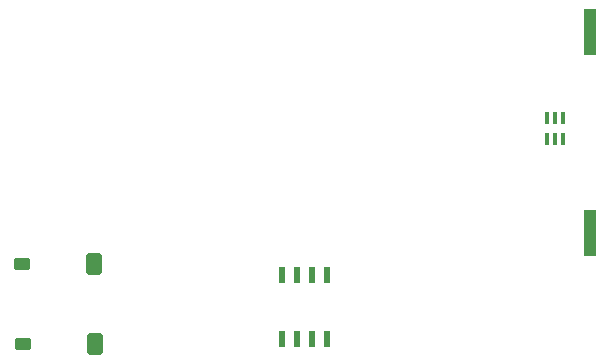
<source format=gtp>
%TF.GenerationSoftware,KiCad,Pcbnew,7.0.10*%
%TF.CreationDate,2024-05-04T16:42:37-07:00*%
%TF.ProjectId,Z_Panels,5a5f5061-6e65-46c7-932e-6b696361645f,rev?*%
%TF.SameCoordinates,Original*%
%TF.FileFunction,Paste,Top*%
%TF.FilePolarity,Positive*%
%FSLAX46Y46*%
G04 Gerber Fmt 4.6, Leading zero omitted, Abs format (unit mm)*
G04 Created by KiCad (PCBNEW 7.0.10) date 2024-05-04 16:42:37*
%MOMM*%
%LPD*%
G01*
G04 APERTURE LIST*
G04 Aperture macros list*
%AMRoundRect*
0 Rectangle with rounded corners*
0 $1 Rounding radius*
0 $2 $3 $4 $5 $6 $7 $8 $9 X,Y pos of 4 corners*
0 Add a 4 corners polygon primitive as box body*
4,1,4,$2,$3,$4,$5,$6,$7,$8,$9,$2,$3,0*
0 Add four circle primitives for the rounded corners*
1,1,$1+$1,$2,$3*
1,1,$1+$1,$4,$5*
1,1,$1+$1,$6,$7*
1,1,$1+$1,$8,$9*
0 Add four rect primitives between the rounded corners*
20,1,$1+$1,$2,$3,$4,$5,0*
20,1,$1+$1,$4,$5,$6,$7,0*
20,1,$1+$1,$6,$7,$8,$9,0*
20,1,$1+$1,$8,$9,$2,$3,0*%
G04 Aperture macros list end*
%ADD10R,1.000000X4.000000*%
%ADD11R,0.533400X1.460500*%
%ADD12RoundRect,0.162500X-0.487500X-0.787500X0.487500X-0.787500X0.487500X0.787500X-0.487500X0.787500X0*%
%ADD13RoundRect,0.137500X-0.512500X-0.412500X0.512500X-0.412500X0.512500X0.412500X-0.512500X0.412500X0*%
%ADD14R,0.350000X1.000000*%
G04 APERTURE END LIST*
D10*
X206250000Y-96080000D03*
X206250000Y-79000000D03*
D11*
X180215000Y-105023300D03*
X181485000Y-105023300D03*
X182755000Y-105023300D03*
X184025000Y-105023300D03*
X184025000Y-99575000D03*
X182755000Y-99575000D03*
X181485000Y-99575000D03*
X180215000Y-99575000D03*
D12*
X164350000Y-105450000D03*
D13*
X158250000Y-105450000D03*
D12*
X164300000Y-98650000D03*
D13*
X158200000Y-98650000D03*
D14*
X202674000Y-88084000D03*
X203324000Y-88084000D03*
X203974000Y-88084000D03*
X203974000Y-86284000D03*
X203324000Y-86284000D03*
X202674000Y-86284000D03*
M02*

</source>
